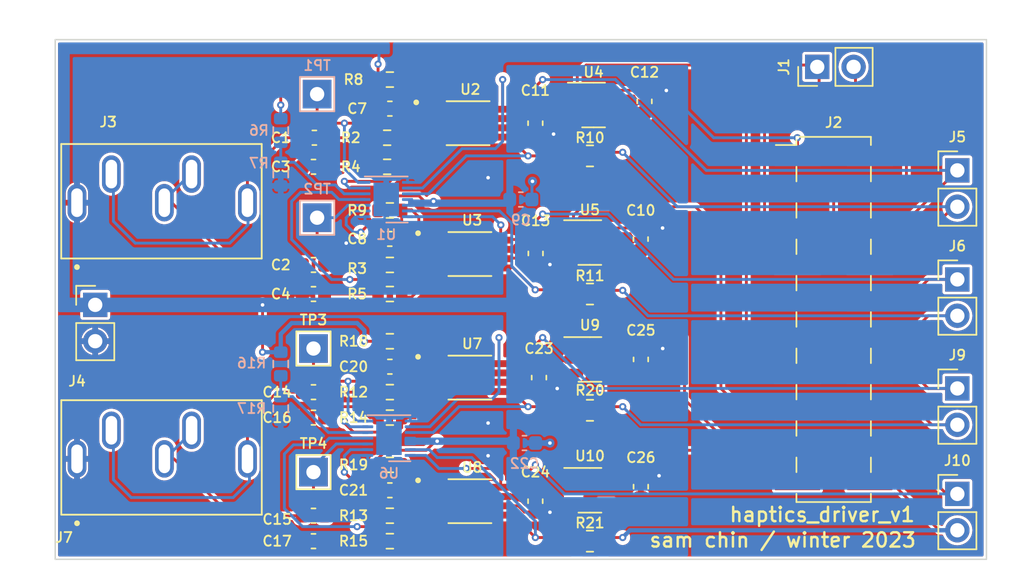
<source format=kicad_pcb>
(kicad_pcb (version 20221018) (generator pcbnew)
  (layers (0 "F.Cu" signal) (31 "B.Cu" signal) (34 "B.Paste" user) (35 "F.Paste" user) (36 "B.SilkS" user "B.Silkscreen") (37 "F.SilkS" user "F.Silkscreen") (38 "B.Mask" user) (39 "F.Mask" user) (44 "Edge.Cuts" user))
  (net 0 "")
  (net 1 "RAW_IN1+")
  (net 2 "RAW_IN2+")
  (net 3 "GND")
  (net 4 "VDD")
  (net 5 "/SCL")
  (net 6 "/SDA")
  (net 7 "/ADDR")
  (net 8 "/ALRT")
  (net 9 "SENSE1")
  (net 10 "SENSE2")
  (net 11 "OUT2-")
  (net 12 "OUT2+")
  (net 13 "Net-(C3-Pad2)")
  (net 14 "~{SHDN1}")
  (net 15 "Net-(C1-Pad2)")
  (net 16 "Net-(C2-Pad2)")
  (net 17 "Net-(U3-BYPASS)")
  (net 18 "Net-(U2-BYPASS)")
  (net 19 "Net-(C4-Pad2)")
  (net 20 "Net-(U1-GAIN)")
  (net 21 "~{SHDN2}")
  (net 22 "/ch1_ch2/IN1+")
  (net 23 "/ch1_ch2/IN2+")
  (net 24 "/ch1_ch2/IN1-")
  (net 25 "/ch1_ch2/IN2-")
  (net 26 "/ch1_ch2/PRE_OUT1+")
  (net 27 "/ch1_ch2/PRE_OUT2+")
  (net 28 "Net-(C14-Pad2)")
  (net 29 "Net-(C15-Pad2)")
  (net 30 "Net-(C16-Pad2)")
  (net 31 "Net-(C17-Pad2)")
  (net 32 "Net-(U7-BYPASS)")
  (net 33 "Net-(U8-BYPASS)")
  (net 34 "Net-(U6-GAIN)")
  (net 35 "Net-(U2-~{SHUTDOWN})")
  (net 36 "RAW_IN3+")
  (net 37 "RAW_IN4+")
  (net 38 "OUT3-")
  (net 39 "OUT3+")
  (net 40 "OUT4+")
  (net 41 "/ch3_ch4/IN3+")
  (net 42 "/ch3_ch4/IN4+")
  (net 43 "/ch3_ch4/IN3-")
  (net 44 "/ch3_ch4/IN4-")
  (net 45 "/ch3_ch4/PRE_OUT3+")
  (net 46 "/ch3_ch4/PRE_OUT4+")
  (net 47 "SENSE3")
  (net 48 "SENSE4")
  (net 49 "OUT4-")
  (net 50 "OUT1+")
  (net 51 "OUT1-")
  (net 52 "Net-(U7-~{SHUTDOWN})")
  (footprint "Capacitor_SMD:C_0603_1608Metric" (layer "F.Cu") (at 80.791 77.683 90)
    (fp_text reference "C13")
    (fp_text value "1u")
  )
  (footprint "Capacitor_SMD:C_0603_1608Metric" (layer "F.Cu") (at 88.138 93.98 -90)
    (fp_text reference "C26")
    (fp_text value "1u")
  )
  (footprint "Resistor_SMD:R_0603_1608Metric" (layer "F.Cu") (at 70.612 87.376)
    (fp_text reference "R12")
    (fp_text value "20k")
  )
  (footprint "Resistor_SMD:R_0805_2012Metric" (layer "F.Cu") (at 84.582 80.518)
    (fp_text reference "R11")
    (fp_text value ".25Ω")
  )
  (footprint "Package_TO_SOT_SMD:SOT-23-5" (layer "F.Cu") (at 84.573 76.921)
    (fp_text reference "U5")
    (fp_text value "INA180A1")
  )
  (footprint "Resistor_SMD:R_0603_1608Metric" (layer "F.Cu") (at 70.612 89.154)
    (fp_text reference "R14")
    (fp_text value "20k")
  )
  (footprint "libs:CUI_SJ1-3535N" (layer "F.Cu") (at 48.764 74.136)
    (fp_text reference "J3")
    (fp_text value "SJ1-3535N")
  )
  (footprint "Resistor_SMD:R_0603_1608Metric" (layer "F.Cu") (at 70.612 74.676)
    (fp_text reference "R9")
    (fp_text value "20k")
  )
  (footprint "Resistor_SMD:R_0603_1608Metric" (layer "F.Cu") (at 70.612 92.456)
    (fp_text reference "R19")
    (fp_text value "20k")
  )
  (footprint "Capacitor_SMD:C_0603_1608Metric" (layer "F.Cu") (at 65.278 97.79)
    (fp_text reference "C17")
    (fp_text value "1u")
  )
  (footprint "Resistor_SMD:R_0603_1608Metric" (layer "F.Cu") (at 70.612 96.012)
    (fp_text reference "R13")
    (fp_text value "20k")
  )
  (footprint "Connector_PinHeader_2.54mm:PinHeader_1x02_P2.54mm_Vertical" (layer "F.Cu") (at 110.236 87.117)
    (fp_text reference "J9")
    (fp_text value "Conn_01x02")
  )
  (footprint "TestPoint:TestPoint_THTPad_2.0x2.0mm_Drill1.0mm" (layer "F.Cu") (at 65.278 84.328)
    (fp_text reference "TP3")
    (fp_text value "TestPoint")
  )
  (footprint "Capacitor_SMD:C_0603_1608Metric" (layer "F.Cu") (at 80.772 94.996 90)
    (fp_text reference "C24")
    (fp_text value "1u")
  )
  (footprint "Capacitor_SMD:C_0603_1608Metric" (layer "F.Cu") (at 65.278 89.154)
    (fp_text reference "C16")
    (fp_text value "1u")
  )
  (footprint "Capacitor_SMD:C_0603_1608Metric" (layer "F.Cu") (at 88.129 76.68 -90)
    (fp_text reference "C10")
    (fp_text value "1u")
  )
  (footprint "Connector_PinHeader_2.54mm:PinHeader_1x02_P2.54mm_Vertical" (layer "F.Cu") (at 110.236 79.497)
    (fp_text reference "J6")
    (fp_text value "Conn_01x02")
  )
  (footprint "Package_TO_SOT_SMD:SOT-23-5" (layer "F.Cu") (at 84.582 85.09)
    (fp_text reference "U9")
    (fp_text value "INA180A1")
  )
  (footprint "TestPoint:TestPoint_THTPad_2.0x2.0mm_Drill1.0mm" (layer "F.Cu") (at 65.278 92.964)
    (fp_text reference "TP4")
    (fp_text value "TestPoint")
  )
  (footprint "libs:SOP65P490X110-9N" (layer "F.Cu") (at 76.2 77.724)
    (fp_text reference "U3")
    (fp_text value "TPA6211A1DGN")
  )
  (footprint "Capacitor_SMD:C_0603_1608Metric" (layer "F.Cu") (at 65.278 80.518)
    (fp_text reference "C4")
    (fp_text value "1u")
  )
  (footprint "Capacitor_SMD:C_0603_1608Metric" (layer "F.Cu") (at 88.138 85.09 -90)
    (fp_text reference "C25")
    (fp_text value "1u")
  )
  (footprint "libs:SOP65P490X110-9N" (layer "F.Cu") (at 76.2 86.36)
    (fp_text reference "U7")
    (fp_text value "TPA6211A1DGN")
  )
  (footprint "Package_TO_SOT_SMD:SOT-23-5" (layer "F.Cu") (at 84.582 94.234)
    (fp_text reference "U10")
    (fp_text value "INA180A1")
  )
  (footprint "Connector_PinHeader_2.54mm:PinHeader_1x02_P2.54mm_Vertical" (layer "F.Cu") (at 110.236 71.877)
    (fp_text reference "J5")
    (fp_text value "Conn_01x02")
  )
  (footprint "Capacitor_SMD:C_0603_1608Metric" (layer "F.Cu") (at 65.341 69.596)
    (fp_text reference "C1")
    (fp_text value "1u")
  )
  (footprint "libs:CUI_SJ1-3535N" (layer "F.Cu") (at 48.768 92.0395)
    (fp_text reference "J7")
    (fp_text value "SJ1-3535N")
  )
  (footprint "Capacitor_SMD:C_0603_1608Metric" (layer "F.Cu") (at 65.278 96.012)
    (fp_text reference "C15")
    (fp_text value "1u")
  )
  (footprint "Capacitor_SMD:C_0603_1608Metric" (layer "F.Cu") (at 70.612 67.564 180)
    (fp_text reference "C7")
    (fp_text value "1u")
  )
  (footprint "Resistor_SMD:R_0603_1608Metric" (layer "F.Cu") (at 70.612 80.518)
    (fp_text reference "R5")
    (fp_text value "20k")
  )
  (footprint "Resistor_SMD:R_0805_2012Metric" (layer "F.Cu") (at 84.582 97.79)
    (fp_text reference "R21")
    (fp_text value ".25Ω")
  )
  (footprint "Resistor_SMD:R_0603_1608Metric" (layer "F.Cu") (at 70.421 71.628)
    (fp_text reference "R4")
    (fp_text value "20k")
  )
  (footprint "Package_TO_SOT_SMD:SOT-23-5" (layer "F.Cu") (at 84.836 67.31)
    (fp_text reference "U4")
    (fp_text value "INA180A1")
  )
  (footprint "Capacitor_SMD:C_0603_1608Metric" (layer "F.Cu") (at 70.603 76.667 180)
    (fp_text reference "C8")
    (fp_text value "1u")
  )
  (footprint "Capacitor_SMD:C_0603_1608Metric" (layer "F.Cu") (at 65.278 87.376)
    (fp_text reference "C14")
    (fp_text value "1u")
  )
  (footprint "Connector_PinHeader_2.54mm:PinHeader_2x10_P2.54mm_Vertical_SMD" (layer "F.Cu") (at 101.6 82.296)
    (fp_text reference "J2")
    (fp_text value "Conn_02x10_Odd_Even")
  )
  (footprint "Capacitor_SMD:C_0603_1608Metric" (layer "F.Cu") (at 70.612 85.598 180)
    (fp_text reference "C20")
    (fp_text value "1u")
  )
  (footprint "Capacitor_SMD:C_0603_1608Metric" (layer "F.Cu") (at 65.278 71.628)
    (fp_text reference "C3")
    (fp_text value "1u")
  )
  (footprint "Capacitor_SMD:C_0603_1608Metric" (layer "F.Cu") (at 81.026 86.36 90)
    (fp_text reference "C23")
    (fp_text value "1u")
  )
  (footprint "Resistor_SMD:R_0603_1608Metric" (layer "F.Cu") (at 70.612 65.532)
    (fp_text reference "R8")
    (fp_text value "20k")
  )
  (footprint "Resistor_SMD:R_0603_1608Metric" (layer "F.Cu") (at 70.612 83.82)
    (fp_text reference "R18")
    (fp_text value "20k")
  )
  (footprint "libs:SOP65P490X110-9N" (layer "F.Cu") (at 76.2 94.996)
    (fp_text reference "U8")
    (fp_text value "TPA6211A1DGN")
  )
  (footprint "Capacitor_SMD:C_0603_1608Metric" (layer "F.Cu") (at 70.612 94.234 180)
    (fp_text reference "C21")
    (fp_text value "1u")
  )
  (footprint "libs:SOP65P490X110-9N" (layer "F.Cu") (at 76.073 68.58)
    (fp_text reference "U2")
    (fp_text value "TPA6211A1DGN")
  )
  (footprint "Capacitor_SMD:C_0603_1608Metric" (layer "F.Cu") (at 65.278 78.486)
    (fp_text reference "C2")
    (fp_text value "1u")
  )
  (footprint "Resistor_SMD:R_0805_2012Metric" (layer "F.Cu") (at 84.582 70.866)
    (fp_text reference "R10")
    (fp_text value ".25Ω")
  )
  (footprint "Resistor_SMD:R_0603_1608Metric" (layer "F.Cu") (at 70.612 97.79)
    (fp_text reference "R15")
    (fp_text value "20k")
  )
  (footprint "Resistor_SMD:R_0805_2012Metric" (layer "F.Cu") (at 84.582 88.646)
    (fp_text reference "R20")
    (fp_text value ".25Ω")
  )
  (footprint "Resistor_SMD:R_0603_1608Metric" (layer "F.Cu") (at 70.421 69.596)
    (fp_text reference "R2")
    (fp_text value "20k")
  )
  (footprint "Connector_PinHeader_2.54mm:PinHeader_1x02_P2.54mm_Vertical" (layer "F.Cu") (at 50.038 81.275)
    (fp_text reference "J4")
    (fp_text value "Conn_01x02")
  )
  (footprint "Capacitor_SMD:C_0603_1608Metric" (layer "F.Cu") (at 80.772 68.58 90)
    (fp_text reference "C11")
    (fp_text value "1u")
  )
  (footprint "Connector_PinHeader_2.54mm:PinHeader_1x02_P2.54mm_Vertical" (layer "F.Cu") (at 100.452 64.643 90)
    (fp_text reference "J1")
    (fp_text value "Conn_01x02")
  )
  (footprint "Connector_PinHeader_2.54mm:PinHeader_1x02_P2.54mm_Vertical" (layer "F.Cu") (at 110.236 94.488)
    (fp_text reference "J10")
    (fp_text value "Conn_01x02")
  )
  (footprint "Resistor_SMD:R_0603_1608Metric" (layer "F.Cu") (at 70.612 78.486)
    (fp_text reference "R3")
    (fp_text value "20k")
  )
  (footprint "Capacitor_SMD:C_0603_1608Metric" (layer "F.Cu") (at 88.392 67.056 -90)
    (fp_text reference "C12")
    (fp_text value "1u")
  )
  (footprint "TestPoint:TestPoint_THTPad_2.0x2.0mm_Drill1.0mm" (layer "B.Cu") (at 65.532 66.548 180)
    (fp_text reference "TP1")
    (fp_text value "TestPoint")
  )
  (footprint "Capacitor_SMD:C_0603_1608Metric" (layer "B.Cu") (at 79.756 73.914)
    (fp_text reference "C9")
    (fp_text value "1u")
  )
  (footprint "Resistor_SMD:R_0603_1608Metric" (layer "B.Cu") (at 62.992 85.407 -90)
    (fp_text reference "R16")
    (fp_text value "20k")
  )
  (footprint "Package_DFN_QFN:TDFN-14-1EP_3x3mm_P0.4mm_EP1.78x2.35mm" (layer "B.Cu") (at 70.549 90.596)
    (fp_text reference "U6")
    (fp_text value "MAX98306xDT")
  )
  (footprint "Resistor_SMD:R_0603_1608Metric" (layer "B.Cu") (at 62.992 72.136 -90)
    (fp_text reference "R7")
    (fp_text value "20k")
  )
  (footprint "TestPoint:TestPoint_THTPad_2.0x2.0mm_Drill1.0mm" (layer "B.Cu") (at 65.532 75.184 180)
    (fp_text reference "TP2")
    (fp_text value "TestPoint")
  )
  (footprint "Capacitor_SMD:C_0603_1608Metric" (layer "B.Cu") (at 80.01 90.932)
    (fp_text reference "C22")
    (fp_text value "1u")
  )
  (footprint "Resistor_SMD:R_0603_1608Metric" (layer "B.Cu") (at 62.992 88.518 -90)
    (fp_text reference "R17")
    (fp_text value "20k")
  )
  (footprint "Package_DFN_QFN:TDFN-14-1EP_3x3mm_P0.4mm_EP1.78x2.35mm" (layer "B.Cu") (at 70.358 73.914)
    (fp_text reference "U1")
    (fp_text value "MAX98306xDT")
  )
  (footprint "Resistor_SMD:R_0603_1608Metric" (layer "B.Cu") (at 62.992 69.088 -90)
    (fp_text reference "R6")
    (fp_text value "20k")
  )
  (gr_poly (pts (xy 47.244 99.06) (xy 47.244 62.738) (xy 112.268 62.738) (xy 112.268 99.06)) (stroke (width 0.1)) (fill none) (layer "Edge.Cuts"))
  (gr_text "sam chin / winter 2023" (at 88.646 98.298) (layer "F.SilkS") (effects (font (size 1 1) (thickness 0.17) bold) (justify left bottom)))
  (gr_text "haptics_driver_v1" (at 94.234 96.52) (layer "F.SilkS") (effects (font (size 1 1) (thickness 0.17) bold) (justify left bottom)))
  (segment (start 60.664 74.136) (end 60.664 72.178) (width 0.2) (layer "F.Cu") (net 1))
  (segment (start 64.566 69.596) (end 63.246 69.596) (width 0.2) (layer "F.Cu") (net 1))
  (segment (start 60.664 72.178) (end 61.722 71.12) (width 0.2) (layer "F.Cu") (net 1))
  (segment (start 63.246 69.596) (end 61.722 71.12) (width 0.2) (layer "F.Cu") (net 1))
  (segment (start 60.706 75.692) (end 60.706 73.914) (width 0.2) (layer "B.Cu") (net 1))
  (segment (start 59.436 76.962) (end 60.706 75.692) (width 0.2) (layer "B.Cu") (net 1))
  (segment (start 51.308 75.438) (end 52.832 76.962) (width 0.2) (layer "B.Cu") (net 1))
  (segment (start 51.308 72.016) (end 51.308 75.438) (width 0.2) (layer "B.Cu") (net 1))
  (segment (start 52.832 76.962) (end 59.436 76.962) (width 0.2) (layer "B.Cu") (net 1))
  (segment (start 59.732 78.486) (end 55.414 74.168) (width 0.2) (layer "F.Cu") (net 2))
  (segment (start 64.503 78.486) (end 59.732 78.486) (width 0.2) (layer "F.Cu") (net 2))
  (segment (start 56.806 72.014) (end 54.906 73.914) (width 0.2) (layer "B.Cu") (net 2))
  (segment (start 79.573 94.671) (end 80.023 94.221) (width 0.2) (layer "F.Cu") (net 3))
  (segment (start 69.828 76.667) (end 69.383 76.667) (width 0.2) (layer "F.Cu") (net 3))
  (segment (start 79.818 77.358) (end 80.268 76.908) (width 0.2) (layer "F.Cu") (net 3))
  (segment (start 80.023 94.221) (end 81.026 94.221) (width 0.2) (layer "F.Cu") (net 3))
  (segment (start 78.35 68.255) (end 79.573 68.255) (width 0.2) (layer "F.Cu") (net 3))
  (segment (start 80.023 67.805) (end 80.772 67.805) (width 0.2) (layer "F.Cu") (net 3))
  (segment (start 69.088 76.962) (end 67.564 76.962) (width 0.2) (layer "F.Cu") (net 3))
  (segment (start 78.35 86.035) (end 79.573 86.035) (width 0.2) (layer "F.Cu") (net 3))
  (segment (start 78.35 94.671) (end 79.573 94.671) (width 0.2) (layer "F.Cu") (net 3))
  (segment (start 69.383 76.667) (end 69.088 76.962) (width 0.2) (layer "F.Cu") (net 3))
  (segment (start 80.023 85.585) (end 81.026 85.585) (width 0.2) (layer "F.Cu") (net 3))
  (segment (start 78.468 77.358) (end 79.818 77.358) (width 0.2) (layer "F.Cu") (net 3))
  (segment (start 80.268 76.908) (end 81.017 76.908) (width 0.2) (layer "F.Cu") (net 3))
  (segment (start 79.573 68.255) (end 80.023 67.805) (width 0.2) (layer "F.Cu") (net 3))
  (segment (start 79.573 86.035) (end 80.023 85.585) (width 0.2) (layer "F.Cu") (net 3))
  (via (at 77.47 89.535) (size 0.5) (drill 0.25) (layers "F.Cu" "B.Cu") (net 3))
  (via (at 77.47 91.821) (size 0.5) (drill 0.25) (layers "F.Cu" "B.Cu") (net 3))
  (via (at 81.788 90.932) (size 0.5) (drill 0.25) (layers "F.Cu" "B.Cu") (net 3))
  (via (at 77.47 72.39) (size 0.5) (drill 0.25) (layers "F.Cu" "B.Cu") (net 3))
  (via (at 80.57 72.644) (size 0.5) (drill 0.25) (layers "F.Cu" "B.Cu") (net 3))
  (via (at 67.564 76.962) (size 0.5) (drill 0.25) (layers "F.Cu" "B.Cu") (net 3))
  (segment (start 80.785 90.932) (end 81.788 90.932) (width 0.3) (layer "B.Cu") (net 3))
  (segment (start 68.8705 75.114) (end 68.8705 75.4745) (width 0.2) (layer "B.Cu") (net 3))
  (segment (start 80.531 72.683) (end 80.57 72.644) (width 0.2) (layer "B.Cu") (net 3))
  (segment (start 80.531 73.914) (end 80.531 72.683) (width 0.2) (layer "B.Cu") (net 3))
  (segment (start 69.088 75.692) (end 69.215 75.819) (width 0.2) (layer "B.Cu") (net 3))
  (segment (start 68.8705 75.4745) (end 69.088 75.692) (width 0.2) (layer "B.Cu") (net 3))
  (segment (start 79.573 95.321) (end 80.01 95.758) (width 0.2) (layer "F.Cu") (net 4))
  (segment (start 73.152 74.168) (end 72.644 73.66) (width 0.2) (layer "F.Cu") (net 4))
  (segment (start 69.787 92.456) (end 69.787 92.011) (width 0.2) (layer "F.Cu") (net 4))
  (segment (start 68.834 83.82) (end 69.787 83.82) (width 0.2) (layer "F.Cu") (net 4))
  (segment (start 73.533 74.168) (end 73.152 74.168) (width 0.2) (layer "F.Cu") (net 4))
  (segment (start 80.023 87.135) (end 81.026 87.135) (width 0.2) (layer "F.Cu") (net 4))
  (segment (start 73.914 90.805) (end 73.787 90.805) (width 0.2) (layer "F.Cu") (net 4))
  (segment (start 73.66 74.041) (end 73.533 74.168) (width 0.2) (layer "F.Cu") (net 4))
  (segment (start 88.129 75.905) (end 89.653 75.905) (width 0.2) (layer "F.Cu") (net 4))
  (segment (start 61.722 84.582) (end 61.722 81.28) (width 0.2) (layer "F.Cu") (net 4))
  (segment (start 67.818 64.77) (end 63.754 64.77) (width 0.2) (layer "F.Cu") (net 4))
  (segment (start 89.649 84.315) (end 89.662 84.328) (width 0.2) (layer "F.Cu") (net 4))
  (segment (start 88.138 84.315) (end 85.8945 84.315) (width 0.2) (layer "F.Cu") (net 4))
  (segment (start 81.026 87.135) (end 82.283 87.135) (width 0.2) (layer "F.Cu") (net 4))
  (segment (start 69.85 74.613) (end 69.787 74.676) (width 0.2) (layer "F.Cu") (net 4))
  (segment (start 81.788 78.458) (end 80.791 78.458) (width 0.2) (layer "F.Cu") (net 4))
  (segment (start 63.754 64.77) (end 62.992 65.532) (width 0.2) (layer "F.Cu") (net 4))
  (segment (start 68.58 65.532) (end 67.818 64.77) (width 0.2) (layer "F.Cu") (net 4))
  (segment (start 73.787 90.805) (end 73.152 91.44) (width 0.2) (layer "F.Cu") (net 4))
  (segment (start 81.788 95.771) (end 81.026 95.771) (width 0.2) (layer "F.Cu") (net 4))
  (segment (start 78.35 95.321) (end 79.573 95.321) (width 0.2) (layer "F.Cu") (net 4))
  (segment (start 88.138 93.205) (end 85.7985 93.205) (width 0.2) (layer "F.Cu") (net 4))
  (segment (start 79.818 78.008) (end 80.268 78.458) (width 0.2) (layer "F.Cu") (net 4))
  (segment (start 80.01 95.758) (end 81.013 95.758) (width 0.2) (layer "F.Cu") (net 4))
  (segment (start 88.138 93.205) (end 89.395 93.205) (width 0.2) (layer "F.Cu") (net 4))
  (segment (start 79.573 86.685) (end 80.023 87.135) (width 0.2) (layer "F.Cu") (net 4))
  (segment (start 70.358 91.44) (end 70.231 91.567) (width 0.2) (layer "F.Cu") (net 4))
  (segment (start 88.138 84.315) (end 89.649 84.315) (width 0.2) (layer "F.Cu") (net 4))
  (segment (start 80.772 69.355) (end 82.029 69.355) (width 0.2) (layer "F.Cu") (net 4))
  (segment (start 70.104 73.66) (end 69.85 73.914) (width 0.2) (layer "F.Cu") (net 4))
  (segment (start 88.392 66.281) (end 89.903 66.281) (width 0.2) (layer "F.Cu") (net 4))
  (segment (start 73.152 91.44) (end 70.358 91.44) (width 0.2) (layer "F.Cu") (net 4))
  (segment (start 69.787 64.453) (end 69.787 65.532) (width 0.2) (layer "F.Cu") (net 4))
  (segment (start 89.395 93.205) (end 89.408 93.218) (width 0.2) (layer "F.Cu") (net 4))
  (segment (start 80.268 78.458) (end 81.017 78.458) (width 0.2) (layer "F.Cu") (net 4))
  (segment (start 89.903 66.281) (end 89.916 66.294) (width 0.2) (layer "F.Cu") (net 4))
  (segment (start 88.129 75.905) (end 85.7765 75.905) (width 0.2) (layer "F.Cu") (net 4))
  (segment (start 88.392 66.281) (end 86.0525 66.281) (width 0.2) (layer "F.Cu") (net 4))
  (segment (start 62.992 65.532) (end 62.992 67.31) (width 0.2) (layer "F.Cu") (net 4))
  (segment (start 69.787 65.532) (end 68.58 65.532) (width 0.2) (layer "F.Cu") (net 4))
  (segment (start 78.35 68.905) (end 79.319 68.905) (width 0.2) (layer "F.Cu") (net 4))
  (segment (start 99.075 69.611) (end 99.075 70.866) (width 0.2) (layer "F.Cu") (net 4))
  (segment (start 79.769 69.355) (end 80.772 69.355) (width 0.2) (layer "F.Cu") (net 4))
  (segment (start 82.283 87.135) (end 82.296 87.122) (width 0.2) (layer "F.Cu") (net 4))
  (segment (start 79.319 68.905) (end 79.769 69.355) (width 0.2) (layer "F.Cu") (net 4))
  (segment (start 99.06 69.596) (end 99.075 69.611) (width 0.2) (layer "F.Cu") (net 4))
  (segment (start 72.644 73.66) (end 70.104 73.66) (width 0.2) (layer "F.Cu") (net 4))
  (segment (start 69.787 92.011) (end 70.231 91.567) (width 0.2) (layer "F.Cu") (net 4))
  (segment (start 78.35 86.685) (end 79.573 86.685) (width 0.2) (layer "F.Cu") (net 4))
  (segment (start 82.029 69.355) (end 82.042 69.342) (width 0.2) (layer "F.Cu") (net 4))
  (segment (start 78.468 78.008) (end 79.818 78.008) (width 0.2) (layer "F.Cu") (net 4))
  (segment (start 69.85 73.914) (end 69.85 74.613) (width 0.2) (layer "F.Cu") (net 4))
  (via (at 82.296 87.122) (size 0.5) (drill 0.25) (layers "F.Cu" "B.Cu") (net 4))
  (via (at 82.042 69.342) (size 0.5) (drill 0.25) (layers "F.Cu" "B.Cu") (net 4))
  (via (at 89.408 93.218) (size 0.5) (drill 0.25) (layers "F.Cu" "B.Cu") (net 4))
  (via (at 89.662 84.328) (size 0.5) (drill 0.25) (layers "F.Cu" "B.Cu") (net 4))
  (via (at 81.788 78.458) (size 0.5) (drill 0.25) (layers "F.Cu" "B.Cu") (net 4))
  (via (at 89.916 66.294) (size 0.5) (drill 0.25) (layers "F.Cu" "B.Cu") (net 4))
  (via (at 62.992 67.31) (size 0.5) (drill 0.25) (layers "F.Cu" "B.Cu") (net 4))
  (via (at 69.787 64.453) (size 0.5) (drill 0.25) (layers "F.Cu" "B.Cu") (net 4))
  (via (at 73.66 74.041) (size 0.5) (drill 0.25) (layers "F.Cu" "B.Cu") (net 4))
  (via (at 61.722 81.28) (size 0.5) (drill 0.25) (layers "F.Cu" "B.Cu") (net 4))
  (via (at 81.788 95.771) (size 0.5) (drill 0.25) (layers "F.Cu" "B.Cu") (net 4))
  (via (at 73.914 90.805) (size 0.5) (drill 0.25) (layers "F.Cu" "B.Cu") (net 4))
  (via (at 61.722 84.582) (size 0.5) (drill 0.25) (layers "F.Cu" "B.Cu") (net 4))
  (via (at 99.06 69.596) (size 0.5) (drill 0.25) (layers "F.Cu" "B.Cu") (net 4))
  (via (at 68.834 83.82) (size 0.5) (drill 0.25) (layers "F.Cu" "B.Cu") (net 4))
  (via (at 89.653 75.905) (size 0.5) (drill 0.25) (layers "F.Cu" "B.Cu") (net 4))
  (segment (start 62.992 68.263) (end 62.992 67.31) (width 0.2) (layer "B.Cu") (net 4))
  (segment (start 68.834 83.058) (end 68.834 83.82) (width 0.3) (layer "B.Cu") (net 4))
  (segment (start 68.326 82.55) (end 68.834 83.058) (width 0.3) (layer "B.Cu") (net 4))
  (segment (start 93.218 69.596) (end 89.916 66.294) (width 0.2) (layer "B.Cu") (net 4))
  (segment (start 99.06 69.596) (end 93.218 69.596) (width 0.2) (layer "B.Cu") (net 4))
  (segment (start 62.992 84.582) (end 61.722 84.582) (width 0.3) (layer "B.Cu") (net 4))
  (segment (start 62.992 84.582) (end 62.992 83.312) (width 0.3) (layer "B.Cu") (net 4))
  (segment (start 69.85 64.39) (end 69.85 63.754) (width 0.2) (layer "B.Cu") (net 4))
  (segment (start 63.754 82.55) (end 68.326 82.55) (width 0.3) (layer "B.Cu") (net 4))
  (segment (start 62.992 83.312) (end 63.754 82.55) (width 0.3) (layer "B.Cu") (net 4))
  (segment (start 69.787 64.453) (end 69.85 64.39) (width 0.2) (layer "B.Cu") (net 4))
  (segment (start 96.774 66.04) (end 98.298 64.516) (width 0.2) (layer "F.Cu") (net 5))
  (segment (start 104.125 70.866) (end 104.125 69.327) (width 0.2) (layer "F.Cu") (net 5))
  (segment (start 100.584 65.786) (end 100.584 64.516) (width 0.2) (layer "F.Cu") (net 5))
  (segment (start 97.536 75.946) (end 96.774 75.184) (width 0.2) (layer "F.Cu") (net 5))
  (segment (start 96.774 75.184) (end 96.774 66.04) (width 0.2) (layer "F.Cu") (net 5))
  (segment (start 104.125 69.327) (end 100.584 65.786) (width 0.2) (layer "F.Cu") (net 5))
  (segment (start 98.298 64.516) (end 100.584 64.516) (width 0.2) (layer "F.Cu") (net 5))
  (segment (start 99.075 75.946) (end 97.536 75.946) (width 0.2) (layer "F.Cu") (net 5))
  (segment (start 101.6 73.914) (end 102.108 73.406) (width 0.2) (layer "F.Cu") (net 6))
  (segment (start 103.124 66.04) (end 103.124 64.516) (width 0.2) (layer "F.Cu") (net 6))
  (segment (start 102.108 73.406) (end 104.125 73.406) (width 0.2) (layer "F.Cu") (net 6))
  (segment (start 104.125 73.406) (end 105.918 73.406) (width 0.2) (layer "F.Cu") (net 6))
  (segment (start 106.68 72.644) (end 106.68 69.596) (width 0.2) (layer "F.Cu") (net 6))
  (segment (start 99.075 78.486) (end 100.838 78.486) (width 0.2) (layer "F.Cu") (net 6))
  (segment (start 100.838 78.486) (end 101.6 77.724) (width 0.2) (layer "F.Cu") (net 6))
  (segment (start 101.6 77.724) (end 101.6 73.914) (width 0.2) (layer "F.Cu") (net 6))
  (segment (start 106.68 69.596) (end 103.124 66.04) (width 0.2) (layer "F.Cu") (net 6))
  (segment (start 105.918 73.406) (end 106.68 72.644) (width 0.2) (layer "F.Cu") (net 6))
  (segment (start 83.6985 65.1455) (end 84.328 64.516) (width 0.2) (layer "F.Cu") (net 9))
  (segment (start 83.6985 66.36) (end 83.6985 65.1455) (width 0.2) (layer "F.Cu") (net 9))
  (segment (start 95.504 85.09) (end 96.52 86.106) (width 0.2) (layer "F.Cu") (net 9))
  (segment (start 84.328 64.516) (end 94.234 64.516) (width 0.2) (layer "F.Cu") (net 9))
  (segment (start 96.52 86.106) (end 99.075 86.106) (width 0.2) (layer "F.Cu") (net 9))
  (segment (start 95.504 65.786) (end 95.504 85.09) (width 0.2) (layer "F.Cu") (net 9))
  (segment (start 94.234 64.516) (end 95.504 65.786) (width 0.2) (layer "F.Cu") (net 9))
  (segment (start 83.4355 75.0105) (end 84.024 74.422) (width 0.2) (layer "F.Cu") (net 10))
  (segment (start 95.25 88.646) (end 99.075 88.646) (width 0.2) (layer "F.Cu") (net 10))
  (segment (start 83.4355 75.971) (end 83.4355 75.0105) (width 0.2) (layer "F.Cu") (net 10))
  (segment (start 91.948 74.422) (end 84.024 74.422) (width 0.2) (layer "F.Cu") (net 10))
  (segment (start 95.25 88.646) (end 93.726 87.122) (width 0.2) (layer "F.Cu") (net 10))
  (segment (start 93.726 76.2) (end 91.948 74.422) (width 0.2) (layer "F.Cu") (net 10))
  (segment (start 93.726 87.122) (end 93.726 76.2) (width 0.2) (layer "F.Cu") (net 10))
  (segment (start 108.204 79.502) (end 110.231 79.502) (width 0.2) (layer "F.Cu") (net 11))
  (segment (start 78.35 76.749) (end 78.391 76.708) (width 0.2) (layer "F.Cu") (net 11))
  (segment (start 78.391 76.708) (end 79.502 76.708) (width 0.2) (layer "F.Cu") (net 11))
  (segment (start 78.359 75.692) (end 78.35 75.701) (width 0.2) (layer "F.Cu") (net 11))
  (segment (start 78.35 75.701) (end 78.35 76.749) (width 0.2) (layer "F.Cu") (net 11))
  (segment (start 104.125 81.026) (end 106.68 81.026) (width 0.2) (layer "F.Cu") (net 11))
  (segment (start 110.231 79.502) (end 110.236 79.497) (width 0.2) (layer "F.Cu") (net 11))
  (segment (start 79.502 76.708) (end 80.772 75.438) (width 0.2) (layer "F.Cu") (net 11))
  (segment (start 106.68 81.026) (end 108.204 79.502) (width 0.2) (layer "F.Cu") (net 11))
  (segment (start 80.772 75.438) (end 81.28 74.93) (width 0.2) (layer "F.Cu") (net 11))
  (via (at 81.28 74.93) (size 0.5) (drill 0.25) (layers "F.Cu" "B.Cu") (net 11))
  (via (at 78.359 75.692) (size 0.5) (drill 0.25) (layers "F.Cu" "B.Cu") (net 11))
  (segment (start 85.852 74.93) (end 90.419 79.497) (width 0.2) (layer "B.Cu") (net 11))
  (segment (start 77.781 75.114) (end 71.8455 75.114) (width 0.2) (layer "B.Cu") (net 11))
  (segment (start 90.419 79.497) (end 110.236 79.497) (width 0.2) (layer "B.Cu") (net 11))
  (segment (start 78.359 75.692) (end 77.781 75.114) (width 0.2) (layer "B.Cu") (net 11))
  (segment (start 81.28 74.93) (end 85.852 74.93) (width 0.2) (layer "B.Cu") (net 11))
  (segment (start 106.68 83.566) (end 108.209 82.037) (width 0.2) (layer "F.Cu") (net 12))
  (segment (start 108.209 82.037) (end 110.236 82.037) (width 0.2) (layer "F.Cu") (net 12))
  (segment (start 85.4945 80.264) (end 86.868 80.264) (width 0.2) (layer "F.Cu") (net 12))
  (segment (start 85.4855 80.223) (end 85.4855 78.096) (width 0.2) (layer "F.Cu") (net 12))
  (segment (start 85.4855 78.096) (end 85.7105 77.871) (width 0.2) (layer "F.Cu") (net 12))
  (segment (start 104.125 83.566) (end 106.68 83.566) (width 0.2) (layer "F.Cu") (net 12))
  (via (at 86.868 80.264) (size 0.5) (drill 0.25) (layers "F.Cu" "B.Cu") (net 12))
  (segment (start 88.646 82.042) (end 110.231 82.042) (width 0.2) (layer "B.Cu") (net 12))
  (segment (start 86.868 80.264) (end 88.646 82.042) (width 0.2) (layer "B.Cu") (net 12))
  (segment (start 69.596 71.628) (end 66.116 71.628) (width 0.2) (layer "F.Cu") (net 13))
  (segment (start 72.127 74.635) (end 71.428 74.635) (width 0.2) (layer "F.Cu") (net 14))
  (segment (start 71.12 75.692) (end 71.437 75.375) (width 0.2) (layer "F.Cu") (net 14))
  (segment (start 73.438 76.708) (end 72.635 75.905) (width 0.2) (layer "F.Cu") (net 14))
  (segment (start 68.58 76.2) (end 69.088 75.692) (width 0.2) (layer "F.Cu") (net 14))
  (segment (start 71.437 75.375) (end 71.437 74.676) (width 0.2) (layer "F.Cu") (net 14))
  (segment (start 72.635 75.905) (end 72.635 75.143) (width 0.2) (layer "F.Cu") (net 14))
  (segment (start 69.088 75.692) (end 71.12 75.692) (width 0.2) (layer "F.Cu") (net 14))
  (segment (start 72.635 75.143) (end 72.127 74.635) (width 0.2) (layer "F.Cu") (net 14))
  (via (at 68.58 76.2) (size 0.5) (drill 0.25) (layers "F.Cu" "B.Cu") (net 14))
  (segment (start 68.8705 74.714) (end 68.034 74.714) (width 0.2) (layer "B.Cu") (net 14))
  (segment (start 67.564 75.184) (end 67.564 75.692) (width 0.2) (layer "B.Cu") (net 14))
  (segment (start 67.564 75.692) (end 68.072 76.2) (width 0.2) (layer "B.Cu") (net 14))
  (segment (start 68.072 76.2) (end 68.58 76.2) (width 0.2) (layer "B.Cu") (net 14))
  (segment (start 68.034 74.714) (end 67.564 75.184) (width 0.2) (layer "B.Cu") (net 14))
  (segment (start 69.596 69.596) (end 66.116 69.596) (width 0.2) (layer "F.Cu") (net 15))
  (segment (start 69.787 78.486) (end 66.053 78.486) (width 0.2) (layer "F.Cu") (net 16))
  (segment (start 72.818 77.358) (end 72.127 76.667) (width 0.2) (layer "F.Cu") (net 17))
  (segment (start 72.127 76.667) (end 71.378 76.667) (width 0.2) (layer "F.Cu") (net 17))
  (segment (start 74.168 77.358) (end 72.818 77.358) (width 0.2) (layer "F.Cu") (net 17))
  (segment (start 74.05 68.255) (end 72.756 68.255) (width 0.2) (layer "F.Cu") (net 18))
  (segment (start 72.065 67.564) (end 71.387 67.564) (width 0.2) (layer "F.Cu") (net 18))
  (segment (start 72.756 68.255) (end 72.065 67.564) (width 0.2) (layer "F.Cu") (net 18))
  (segment (start 69.787 80.518) (end 66.053 80.518) (width 0.2) (layer "F.Cu") (net 19))
  (segment (start 62.992 71.311) (end 62.992 69.913) (width 0.2) (layer "B.Cu") (net 20))
  (segment (start 66.802 72.898) (end 65.532 72.898) (width 0.2) (layer "B.Cu") (net 20))
  (segment (start 68.8705 73.514) (end 67.418 73.514) (width 0.2) (layer "B.Cu") (net 20))
  (segment (start 67.418 73.514) (end 66.802 72.898) (width 0.2) (layer "B.Cu") (net 20))
  (segment (start 65.532 72.898) (end 63.945 71.311) (width 0.2) (layer "B.Cu") (net 20))
  (segment (start 63.945 71.311) (end 62.992 71.311) (width 0.2) (layer "B.Cu") (net 20))
  (segment (start 72.136 92.456) (end 71.437 92.456) (width 0.2) (layer "F.Cu") (net 21))
  (segment (start 71.437 92.901) (end 70.993 93.345) (width 0.2) (layer "F.Cu") (net 21))
  (segment (start 72.644 93.472) (end 72.644 92.964) (width 0.2) (layer "F.Cu") (net 21))
  (segment (start 71.437 92.456) (end 71.437 92.901) (width 0.2) (layer "F.Cu") (net 21))
  (segment (start 73.193 94.021) (end 72.644 93.472) (width 0.2) (layer "F.Cu") (net 21))
  (segment (start 67.818 93.345) (end 67.437 92.964) (width 0.2) (layer "F.Cu") (net 21))
  (segment (start 72.644 92.964) (end 72.136 92.456) (width 0.2) (layer "F.Cu") (net 21))
  (segment (start 74.05 94.021) (end 73.193 94.021) (width 0.2) (layer "F.Cu") (net 21))
  (segment (start 70.993 93.345) (end 67.818 93.345) (width 0.2) (layer "F.Cu") (net 21))
  (via (at 67.437 92.964) (size 0.5) (drill 0.25) (layers "F.Cu" "B.Cu") (net 21))
  (segment (start 67.437 92.964) (end 67.437 91.821) (width 0.2) (layer "B.Cu") (net 21))
  (segment (start 67.862 91.396) (end 69.0615 91.396) (width 0.2) (layer "B.Cu") (net 21))
  (segment (start 67.437 91.821) (end 67.862 91.396) (width 0.2) (layer "B.Cu") (net 21))
  (segment (start 72.827 68.905) (end 72.136 69.596) (width 0.2) (layer "F.Cu") (net 22))
  (segment (start 72.136 69.596) (end 71.437 69.596) (width 0.2) (layer "F.Cu") (net 22))
  (segment (start 71.246 69.596) (end 70.23 68.58) (width 0.2) (layer "F.Cu") (net 22))
  (segment (start 66.294 68.58) (end 65.532 67.818) (width 0.2) (layer "F.Cu") (net 22))
  (segment (start 74.05 68.905) (end 72.827 68.905) (width 0.2) (layer "F.Cu") (net 22))
  (segment (start 65.532 67.818) (end 65.532 66.548) (width 0.2) (layer "F.Cu") (net 22))
  (segment (start 70.23 68.58) (end 66.294 68.58) (width 0.2) (layer "F.Cu") (net 22))
  (via (at 67.437 68.58) (size 0.5) (drill 0.25) (layers "F.Cu" "B.Cu") (net 22))
  (segment (start 68.396 72.714) (end 67.437 71.755) (width 0.2) (layer "B.Cu") (net 22))
  (segment (start 68.8705 72.714) (end 68.396 72.714) (width 0.2) (layer "B.Cu") (net 22))
  (segment (start 67.437 71.755) (end 67.437 68.58) (width 0.2) (layer "B.Cu") (net 22))
  (segment (start 71.437 78.295) (end 70.866 77.724) (width 0.2) (layer "F.Cu") (net 23))
  (segment (start 70.866 77.724) (end 66.548 77.724) (width 0.2) (layer "F.Cu") (net 23))
  (segment (start 74.168 78.008) (end 72.818 78.008) (width 0.2) (layer "F.Cu") (net 23))
  (segment (start 72.127 78.699) (end 71.428 78.699) (width 0.2) (layer "F.Cu") (net 23))
  (segment (start 66.548 77.724) (end 65.532 76.708) (width 0.2) (layer "F.Cu") (net 23))
  (segment (start 65.532 76.708) (end 65.532 75.184) (width 0.2) (layer "F.Cu") (net 23))
  (segment (start 72.818 78.008) (end 72.127 78.699) (width 0.2) (layer "F.Cu") (net 23))
  (segment (start 68.8705 74.314) (end 67.672 74.314) (width 0.2) (layer "B.Cu") (net 23))
  (segment (start 67.672 74.314) (end 66.802 75.184) (width 0.2) (layer "B.Cu") (net 23))
  (segment (start 66.802 75.184) (end 65.532 75.184) (width 0.2) (layer "B.Cu") (net 23))
  (segment (start 71.437 71.628) (end 72.136 71.628) (width 0.2) (layer "F.Cu") (net 24))
  (segment (start 73.193 69.555) (end 74.05 69.555) (width 0.2) (layer "F.Cu") (net 24))
  (segment (start 67.437 72.644) (end 70.612 72.644) (width 0.2) (layer "F.Cu") (net 24))
  (segment (start 72.136 71.628) (end 72.644 71.12) (width 0.2) (layer "F.Cu") (net 24))
  (segment (start 71.246 72.01) (end 70.612 72.644) (width 0.2) (layer "F.Cu") (net 24))
  (segment (start 72.644 70.104) (end 73.193 69.555) (width 0.2) (layer "F.Cu") (net 24))
  (segment (start 72.644 71.12) (end 72.644 70.104) (width 0.2) (layer "F.Cu") (net 24))
  (segment (start 71.246 71.628) (end 71.246 72.01) (width 0.2) (layer "F.Cu") (net 24))
  (via (at 67.437 72.644) (size 0.5) (drill 0.25) (layers "F.Cu" "B.Cu") (net 24))
  (segment (start 68.8705 73.114) (end 67.78 73.114) (width 0.2) (layer "B.Cu") (net 24))
  (segment (start 67.78 73.114) (end 67.31 72.644) (width 0.2) (layer "B.Cu") (net 24))
  (segment (start 67.31 72.644) (end 67.437 72.644) (width 0.2) (layer "B.Cu") (net 24))
  (segment (start 70.866 79.502) (end 71.437 80.073) (width 0.2) (layer "F.Cu") (net 25))
  (segment (start 72.127 80.731) (end 71.628 80.731) (width 0.2) (layer "F.Cu") (net 25))
  (segment (start 67.818 79.502) (end 70.866 79.502) (width 0.2) (layer "F.Cu") (net 25))
  (segment (start 72.635 79.461) (end 72.635 80.223) (width 0.2) (layer "F.Cu") (net 25))
  (segment (start 72.635 80.223) (end 72.127 80.731) (width 0.2) (layer "F.Cu") (net 25))
  (segment (start 73.438 78.658) (end 72.635 79.461) (width 0.2) (layer "F.Cu") (net 25))
  (segment (start 71.437 80.073) (end 71.437 80.518) (width 0.2) (layer "F.Cu") (net 25))
  (via (at 67.818 79.502) (size 0.5) (drill 0.25) (layers "F.Cu" "B.Cu") (net 25))
  (segment (start 67.056 73.914) (end 68.8705 73.914) (width 0.2) (layer "B.Cu") (net 25))
  (segment (start 63.754 76.708) (end 63.754 74.041) (width 0.2) (layer "B.Cu") (net 25))
  (segment (start 67.818 79.502) (end 66.548 79.502) (width 0.2) (layer "B.Cu") (net 25))
  (segment (start 63.754 74.041) (end 64.389 73.406) (width 0.2) (layer "B.Cu") (net 25))
  (segment (start 64.389 73.406) (end 66.548 73.406) (width 0.2) (layer "B.Cu") (net 25))
  (segment (start 66.548 73.406) (end 67.056 73.914) (width 0.2) (layer "B.Cu") (net 25))
  (segment (start 66.548 79.502) (end 63.754 76.708) (width 0.2) (layer "B.Cu") (net 25))
  (segment (start 78.953 69.555) (end 80.264 70.866) (width 0.2) (layer "F.Cu") (net 26))
  (segment (start 83.9235 68.485) (end 83.6985 68.26) (width 0.2) (layer "F.Cu") (net 26))
  (segment (start 80.264 70.866) (end 83.4155 70.866) (width 0.2) (layer "F.Cu") (net 26))
  (segment (start 78.223 69.555) (end 78.953 69.555) (width 0.2) (layer "F.Cu") (net 26))
  (segment (start 83.9235 70.358) (end 83.9235 68.485) (width 0.2) (layer "F.Cu") (net 26))
  (via (at 80.264 70.866) (size 0.5) (drill 0.25) (layers "F.Cu" "B.Cu") (net 26))
  (segment (start 75.946 70.866) (end 80.264 70.866) (width 0.2) (layer "B.Cu") (net 26))
  (segment (start 73.298 73.514) (end 75.946 70.866) (width 0.2) (layer "B.Cu") (net 26))
  (segment (start 71.8455 73.514) (end 73.298 73.514) (width 0.2) (layer "B.Cu") (net 26))
  (segment (start 83.6605 80.223) (end 83.6605 78.096) (width 0.2) (layer "F.Cu") (net 27))
  (segment (start 80.763 80.223) (end 83.6605 80.223) (width 0.2) (layer "F.Cu") (net 27))
  (segment (start 79.198 78.658) (end 80.763 80.223) (width 0.2) (layer "F.Cu") (net 27))
  (segment (start 78.468 78.658) (end 79.198 78.658) (width 0.2) (layer "F.Cu") (net 27))
  (segment (start 83.6605 78.096) (end 83.4355 77.871) (width 0.2) (layer "F.Cu") (net 27))
  (via (at 80.763 80.223) (size 0.5) (drill 0.25) (layers "F.Cu" "B.Cu") (net 27))
  (segment (start 78.27 74.714) (end 79.121 75.565) (width 0.2) (layer "B.Cu") (net 27))
  (segment (start 79.121 75.565) (end 79.121 78.581) (width 0.2) (layer "B.Cu") (net 27))
  (segment (start 71.8455 74.714) (end 78.27 74.714) (width 0.2) (layer "B.Cu") (net 27))
  (segment (start 79.121 78.581) (end 80.763 80.223) (width 0.2) (layer "B.Cu") (net 27))
  (segment (start 69.787 87.376) (end 66.053 87.376) (width 0.2) (layer "F.Cu") (net 28))
  (segment (start 69.787 96.012) (end 66.053 96.012) (width 0.2) (layer "F.Cu") (net 29))
  (segment (start 68.453 88.392) (end 69.215 89.154) (width 0.2) (layer "F.Cu") (net 30))
  (segment (start 67.31 88.392) (end 68.453 88.392) (width 0.2) (layer "F.Cu") (net 30))
  (segment (start 66.053 89.154) (end 66.548 89.154) (width 0.2) (layer "F.Cu") (net 30))
  (segment (start 66.548 89.154) (end 67.31 88.392) (width 0.2) (layer "F.Cu") (net 30))
  (segment (start 69.215 89.154) (end 69.787 89.154) (width 0.2) (layer "F.Cu") (net 30))
  (segment (start 69.787 97.79) (end 66.053 97.79) (width 0.2) (layer "F.Cu") (net 31))
  (segment (start 72.827 86.035) (end 72.39 85.598) (width 0.2) (layer "F.Cu") (net 32))
  (segment (start 72.39 85.598) (end 71.387 85.598) (width 0.2) (layer "F.Cu") (net 32))
  (segment (start 74.05 86.035) (end 72.827 86.035) (width 0.2) (layer "F.Cu") (net 32))
  (segment (start 72.136 94.234) (end 71.387 94.234) (width 0.2) (layer "F.Cu") (net 33))
  (segment (start 74.05 94.671) (end 72.573 94.671) (width 0.2) (layer "F.Cu") (net 33))
  (segment (start 72.573 94.671) (end 72.136 94.234) (width 0.2) (layer "F.Cu") (net 33))
  (segment (start 63.817 87.693) (end 66.32 90.196) (width 0.2) (layer "B.Cu") (net 34))
  (segment (start 63.817 87.693) (end 62.992 87.693) (width 0.2) (layer "B.Cu") (net 34))
  (segment (start 66.32 90.196) (end 69.0615 90.196) (width 0.2) (layer "B.Cu") (net 34))
  (segment (start 62.992 87.693) (end 62.992 86.232) (width 0.2) (layer "B.Cu") (net 34))
  (segment (start 74.05 67.605) (end 73.193 67.605) (width 0.2) (layer "F.Cu") (net 35))
  (segment (start 71.882 65.532) (end 71.437 65.532) (width 0.2) (layer "F.Cu") (net 35))
  (segment (start 72.644 66.294) (end 71.882 65.532) (width 0.2) (layer "F.Cu") (net 35))
  (segment (start 73.193 67.605) (end 72.644 67.056) (width 0.2) (layer "F.Cu") (net 35))
  (segment (start 72.644 67.056) (end 72.644 66.294) (width 0.2) (layer "F.Cu") (net 35))
  (segment (start 60.668 89.446) (end 61.214 88.9) (width 0.2) (layer "F.Cu") (net 36))
  (segment (start 64.503 87.376) (end 62.738 87.376) (width 0.2) (layer "F.Cu") (net 36))
  (segment (start 62.738 87.376) (end 61.214 88.9) (width 0.2) (layer "F.Cu") (net 36))
  (segment (start 60.668 92.0395) (end 60.668 89.446) (width 0.2) (layer "F.Cu") (net 36))
  (segment (start 52.554 94.742) (end 51.308 93.496) (width 0.2) (layer "B.Cu") (net 36))
  (segment (start 60.808 92.0395) (end 60.808 93.6) (width 0.2) (layer "B.Cu") (net 36))
  (segment (start 60.808 93.6) (end 59.666 94.742) (width 0.2) (layer "B.Cu") (net 36))
  (segment (start 51.308 93.496) (end 51.308 90.0395) (width 0.2) (layer "B.Cu") (net 36))
  (segment (start 59.666 94.742) (end 52.554 94.742) (width 0.2) (layer "B.Cu") (net 36))
  (segment (start 59.5125 96.012) (end 55.54 92.0395) (width 0.2) (layer "F.Cu") (net 37))
  (segment (start 64.503 96.012) (end 59.5125 96.012) (width 0.2) (layer "F.Cu") (net 37))
  (segment (start 55.008 91.9395) (end 56.908 90.0395) (width 0.2) (layer "B.Cu") (net 37))
  (segment (start 79.461 85.385) (end 81.28 83.566) (width 0.2) (layer "F.Cu") (net 38))
  (segment (start 78.232 83.566) (end 78.232 85.267) (width 0.2) (layer "F.Cu") (net 38))
  (segment (start 79.461 85.385) (end 78.35 85.385) (width 0.2) (layer "F.Cu") (net 38))
  (segment (start 104.125 86.106) (end 107.188 86.106) (width 0.2) (layer "F.Cu") (net 38))
  (segment (start 108.204 87.122) (end 110.231 87.122) (width 0.2) (layer "F.Cu") (net 38))
  (segment (start 107.188 86.106) (end 108.204 87.122) (width 0.2) (layer "F.Cu") (net 38))
  (via (at 81.28 83.566) (size 0.5) (drill 0.25) (layers "F.Cu" "B.Cu") (net 38))
  (via (at 78.232 83.566) (size 0.5) (drill 0.25) (layers "F.Cu" "B.Cu") (net 38))
  (segment (start 78.232 87.376) (end 78.232 83.566) (width 0.2) (layer "B.Cu") (net 38))
  (segment (start 84.831 87.117) (end 81.28 83.566) (width 0.2) (layer "B.Cu") (net 38))
  (segment (start 75.311 87.884) (end 77.724 87.884) (width 0.2) (layer "B.Cu") (net 38))
  (segment (start 77.724 87.884) (end 78.232 87.376) (width 0.2) (layer "B.Cu") (net 38))
  (segment (start 110.236 87.117) (end 84.831 87.117) (width 0.2) (layer "B.Cu") (net 38))
  (segment (start 72.0365 89.796) (end 73.399 89.796) (width 0.2) (layer "B.Cu") (net 38))
  (segment (start 73.399 89.796) (end 75.311 87.884) (width 0.2) (layer "B.Cu") (net 38))
  (segment (start 108.453 89.657) (end 110.236 89.657) (width 0.2) (layer "F.Cu") (net 39))
  (segment (start 85.4945 88.392) (end 85.4945 86.265) (width 0.2) (layer "F.Cu") (net 39))
  (segment (start 85.4945 86.265) (end 85.7195 86.04) (width 0.2) (layer "F.Cu") (net 39))
  (segment (start 104.125 88.646) (end 107.442 88.646) (width 0.2) (layer "F.Cu") (net 39))
  (segment (start 107.442 88.646) (end 108.453 89.657) (width 0.2) (layer "F.Cu") (net 39))
  (segment (start 85.4945 88.392) (end 86.868 88.392) (width 0.2) (layer "F.Cu") (net 39))
  (via (at 86.868 88.392) (size 0.5) (drill 0.25) (layers "F.Cu" "B.Cu") (net 39))
  (segment (start 88.133 89.657) (end 110.236 89.657) (width 0.2) (layer "B.Cu") (net 39))
  (segment (start 86.868 88.392) (end 88.133 89.657) (width 0.2) (layer "B.Cu") (net 39))
  (segment (start 85.4945 97.536) (end 85.4945 95.409) (width 0.2) (layer "F.Cu") (net 40))
  (segment (start 110.236 97.028) (end 108.966 97.028) (width 0.2) (layer "F.Cu") (net 40))
  (segment (start 108.966 97.028) (end 105.664 93.726) (width 0.2) (layer "F.Cu") (net 40))
  (segment (start 85.4945 95.409) (end 85.7195 95.184) (width 0.2) (layer "F.Cu") (net 40))
  (segment (start 105.664 93.726) (end 104.125 93.726) (width 0.2) (layer "F.Cu") (net 40))
  (segment (start 85.4945 97.536) (end 86.868 97.536) (width 0.2) (layer "F.Cu") (net 40))
  (via (at 86.868 97.536) (size 0.5) (drill 0.25) (layers "F.Cu" "B.Cu") (net 40))
  (segment (start 87.376 97.028) (end 86.868 97.536) (width 0.3) (layer "B.Cu") (net 40))
  (segment (start 110.236 97.028) (end 87.376 97.028) (width 0.3) (layer "B.Cu") (net 40))
  (segment (start 72.263 87.376) (end 71.437 87.376) (width 0.2) (layer "F.Cu") (net 41))
  (segment (start 74.05 86.685) (end 72.954 86.685) (width 0.2) (layer "F.Cu") (net 41))
  (segment (start 65.278 85.598) (end 65.278 84.328) (width 0.2) (layer "F.Cu") (net 41))
  (segment (start 70.612 86.614) (end 66.294 86.614) (width 0.2) (layer "F.Cu") (net 41))
  (segment (start 71.374 87.376) (end 70.612 86.614) (width 0.2) (layer "F.Cu") (net 41))
  (segment (start 66.294 86.614) (end 65.278 85.598) (width 0.2) (layer "F.Cu") (net 41))
  (segment (start 72.954 86.685) (end 72.263 87.376) (width 0.2) (layer "F.Cu") (net 41))
  (via (at 67.691 86.614) (size 0.5) (drill 0.25) (layers "F.Cu" "B.Cu") (net 41))
  (segment (start 68.314 89.396) (end 67.691 88.773) (width 0.2) (layer "B.Cu") (net 41))
  (segment (start 67.691 88.773) (end 67.691 86.741) (width 0.2) (layer "B.Cu") (net 41))
  (segment (start 69.0615 89.396) (end 68.314 89.396) (width 0.2) (layer "B.Cu") (net 41))
  (segment (start 67.691 86.741) (end 67.691 86.614) (width 0.2) (layer "B.Cu") (net 41))
  (segment (start 71.437 95.821) (end 70.866 95.25) (width 0.2) (layer "F.Cu") (net 42))
  (segment (start 66.294 95.25) (end 65.278 94.234) (width 0.2) (layer "F.Cu") (net 42))
  (segment (start 65.278 94.234) (end 65.278 92.964) (width 0.2) (layer "F.Cu") (net 42))
  (segment (start 70.866 95.25) (end 66.294 95.25) (width 0.2) (layer "F.Cu") (net 42))
  (segment (start 72.827 95.321) (end 72.136 96.012) (width 0.2) (layer "F.Cu") (net 42))
  (segment (start 72.136 96.012) (end 71.437 96.012) (width 0.2) (layer "F.Cu") (net 42))
  (segment (start 74.05 95.321) (end 72.827 95.321) (width 0.2) (layer "F.Cu") (net 42))
  (segment (start 66.865 90.996) (end 65.786 92.075) (width 0.2) (layer "B.Cu") (net 42))
  (segment (start 69.0615 90.996) (end 66.865 90.996) (width 0.2) (layer "B.Cu") (net 42))
  (segment (start 65.786 92.075) (end 65.786 92.964) (width 0.2) (layer "B.Cu") (net 42))
  (segment (start 71.437 89.154) (end 71.437 89.853) (width 0.2) (layer "F.Cu") (net 43))
  (segment (start 72.39 89.154) (end 71.437 89.154) (width 0.2) (layer "F.Cu") (net 43))
  (segment (start 68.072 90.17) (end 71.12 90.17) (width 0.2) (layer "F.Cu") (net 43))
  (segment (start 73.152 87.376) (end 72.644 87.884) (width 0.2) (layer "F.Cu") (net 43))
  (segment (start 71.437 89.853) (end 71.12 90.17) (width 0.2) (layer "F.Cu") (net 43))
  (segment (start 72.644 88.9) (end 72.39 89.154) (width 0.2) (layer "F.Cu") (net 43))
  (segment (start 74.009 87.376) (end 73.152 87.376) (width 0.2) (layer "F.Cu") (net 43))
  (segment (start 67.437 89.408) (end 67.437 89.535) (width 0.2) (layer "F.Cu") (net 43))
  (segment (start 67.437 89.535) (end 68.072 90.17) (width 0.2) (layer "F.Cu") (net 43))
  (segment (start 72.644 87.884) (end 72.644 88.9) (width 0.2) (layer "F.Cu") (net 43))
  (via (at 67.437 89.408) (size 0.5) (drill 0.25) (layers "F.Cu" "B.Cu") (net 43))
  (segment (start 67.437 89.408) (end 67.825 89.796) (width 0.2) (layer "B.Cu") (net 43))
  (segment (start 67.825 89.796) (end 69.0615 89.796) (width 0.2) (layer "B.Cu") (net 43))
  (segment (start 72.644 97.536) (end 72.39 97.79) (width 0.2) (layer "F.Cu") (net 44))
  (segment (start 73.193 95.971) (end 72.644 96.52) (width 0.2) (layer "F.Cu") (net 44))
  (segment (start 71.12 96.774) (end 68.326 96.774) (width 0.2) (layer "F.Cu") (net 44))
  (segment (start 72.39 97.79) (end 71.437 97.79) (width 0.2) (layer "F.Cu") (net 44))
  (segment (start 71.437 97.091) (end 71.12 96.774) (width 0.2) (layer "F.Cu") (net 44))
  (segment (start 72.644 96.52) (end 72.644 97.536) (width 0.2) (layer "F.Cu") (net 44))
  (segment (start 71.437 97.79) (end 71.437 97.091) (width 0.2) (layer "F.Cu") (net 44))
  (segment (start 74.05 95.971) (end 73.193 95.971) (width 0.2) (layer "F.Cu") (net 44))
  (via (at 68.326 96.774) (size 0.5) (drill 0.25) (layers "F.Cu" "B.Cu") (net 44))
  (segment (start 63.246 95.504) (end 63.246 91.694) (width 0.2) (layer "B.Cu") (net 44))
  (segment (start 68.326 96.774) (end 64.516 96.774) (width 0.2) (layer "B.Cu") (net 44))
  (segment (start 66.376 90.596) (end 69.0615 90.596) (width 0.2) (layer "B.Cu") (net 44))
  (segment (start 63.881 91.059) (end 65.913 91.059) (width 0.2) (layer "B.Cu") (net 44))
  (segment (start 64.516 96.774) (end 63.246 95.504) (width 0.2) (layer "B.Cu") (net 44))
  (segment (start 65.913 91.059) (end 66.376 90.596) (width 0.2) (layer "B.Cu") (net 44))
  (segment (start 63.246 91.694) (end 63.881 91.059) (width 0.2) (layer "B.Cu") (net 44))
  (segment (start 78.35 87.335) (end 79.207 87.335) (width 0.2) (layer "F.Cu") (net 45))
  (segment (start 83.6695 86.265) (end 83.4445 86.04) (width 0.2) (layer "F.Cu") (net 45))
  (segment (start 83.6695 88.392) (end 83.6695 86.265) (width 0.2) (layer "F.Cu") (net 45))
  (segment (start 80.264 88.392) (end 83.6695 88.392) (width 0.2) (layer "F.Cu") (net 45))
  (segment (start 79.207 87.335) (end 80.264 88.392) (width 0.2) (layer "F.Cu") (net 45))
  (via (at 80.264 88.392) (size 0.5) (drill 0.25) (layers "F.Cu" "B.Cu") (net 45))
  (segment (start 73.634 90.196) (end 75.438 88.392) (width 0.2) (layer "B.Cu") (net 45))
  (segment (start 75.438 88.392) (end 80.264 88.392) (width 0.2) (layer "B.Cu") (net 45))
  (segment (start 72.0365 90.196) (end 73.634 90.196) (width 0.2) (layer "B.Cu") (net 45))
  (segment (start 79.207 95.971) (end 78.35 95.971) (width 0.2) (layer "F.Cu") (net 46))
  (segment (start 83.6695 97.536) (end 80.772 97.536) (width 0.2) (layer "F.Cu") (net 46))
  (segment (start 83.4155 97.536) (end 83.4155 95.213) (width 0.2) (layer "F.Cu") (net 46))
  (segment (start 80.772 97.536) (end 79.207 95.971) (width 0.2) (layer "F.Cu") (net 46))
  (via (at 80.772 97.536) (size 0.5) (drill 0.25) (layers "F.Cu" "B.Cu") (net 46))
  (segment (start 73.914 91.948) (end 76.327 91.948) (width 0.2) (layer "B.Cu") (net 46))
  (segment (start 80.772 96.393) (end 80.772 97.536) (width 0.2) (layer "B.Cu") (net 46))
  (segment (start 72.0365 91.396) (end 73.362 91.396) (width 0.2) (layer "B.Cu") (net 46))
  (segment (start 76.327 91.948) (end 80.772 96.393) (width 0.2) (layer "B.Cu") (net 46))
  (segment (start 73.362 91.396) (end 73.914 91.948) (width 0.2) (layer "B.Cu") (net 46))
  (segment (start 91.186 87.884) (end 91.186 83.566) (width 0.2) (layer "F.Cu") (net 47))
  (segment (start 91.186 83.566) (end 90.424 82.804) (width 0.2) (layer "F.Cu") (net 47))
  (segment (start 94.488 91.186) (end 91.186 87.884) (width 0.2) (layer "F.Cu") (net 47))
  (segment (start 84.074 82.804) (end 83.4445 83.4335) (width 0.2) (layer "F.Cu") (net 47))
  (segment (start 83.4445 83.4335) (end 83.4445 84.14) (width 0.2) (layer "F.Cu") (net 47))
  (segment (start 99.075 91.186) (end 94.488 91.186) (width 0.2) (layer "F.Cu") (net 47))
  (segment (start 90.424 82.804) (end 84.074 82.804) (width 0.2) (layer "F.Cu") (net 47))
  (segment (start 83.4445 92.3235) (end 84.328 91.44) (width 0.2) (layer "F.Cu") (net 48))
  (segment (start 83.4445 93.284) (end 83.4445 92.3235) (width 0.2) (layer "F.Cu") (net 48))
  (segment (start 84.328 91.44) (end 92.456 91.44) (width 0.2) (layer "F.Cu") (net 48))
  (segment (start 92.456 91.44) (end 94.742 93.726) (width 0.2) (layer "F.Cu") (net 48))
  (segment (start 94.742 93.726) (end 99.075 93.726) (width 0.2) (layer "F.Cu") (net 48))
  (segment (start 110.236 94.488) (end 109.474 94.488) (width 0.2) (layer "F.Cu") (net 49))
  (segment (start 106.172 91.186) (end 104.125 91.186) (width 0.2) (layer "F.Cu") (net 49))
  (segment (start 77.724 92.71) (end 78.35 93.336) (width 0.2) (layer "F.Cu") (net 49))
  (segment (start 109.474 94.488) (end 106.172 91.186) (width 0.2) (layer "F.Cu") (net 49))
  (segment (start 79.207 94.021) (end 80.772 92.456) (width 0.2) (layer "F.Cu") (net 49))
  (segment (start 78.35 93.336) (end 78.35 94.021) (width 0.2) (layer "F.Cu") (net 49))
  (segment (start 78.35 94.021) (end 79.207 94.021) (width 0.2) (layer "F.Cu") (net 49))
  (segment (start 75.946 92.71) (end 77.724 92.71) (width 0.2) (layer "F.Cu") (net 49))
  (via (at 80.772 92.456) (size 0.5) (drill 0.25) (layers "F.Cu" "B.Cu") (net 49))
  (via (at 75.946 92.71) (size 0.5) (drill 0.25) (layers "F.Cu" "B.Cu") (net 49))
  (segment (start 73.127 91.796) (end 72.0365 91.796) (width 0.2) (layer "B.Cu") (net 49))
  (segment (start 75.946 92.71) (end 74.041 92.71) (width 0.2) (layer "B.Cu") (net 49))
  (segment (start 80.772 92.456) (end 82.804 94.488) (width 0.2) (layer "B.Cu") (net 49))
  (segment (start 82.804 94.488) (end 110.236 94.488) (width 0.2) (layer "B.Cu") (net 49))
  (segment (start 74.041 92.71) (end 73.127 91.796) (width 0.2) (layer "B.Cu") (net 49))
  (segment (start 85.7485 70.358) (end 85.7485 68.485) (width 0.2) (layer "F.Cu") (net 50))
  (segment (start 85.7485 68.485) (end 85.9735 68.26) (width 0.2) (layer "F.Cu") (net 50))
  (segment (start 104.125 78.486) (end 105.918 78.486) (width 0.2) (layer "F.Cu") (net 50))
  (segment (start 105.918 78.486) (end 109.987 74.417) (width 0.2) (layer "F.Cu") (net 50))
  (segment (start 85.4945 70.612) (end 86.868 70.612) (width 0.2) (layer "F.Cu") (net 50))
  (via (at 86.868 70.612) (size 0.5) (drill 0.25) (layers "F.Cu" "B.Cu") (net 50))
  (segment (start 110.236 74.417) (end 90.673 74.417) (width 0.2) (layer "B.Cu") (net 50))
  (segment (start 90.673 74.417) (end 86.868 70.612) (width 0.2) (layer "B.Cu") (net 50))
  (segment (start 78.486 65.532) (end 78.486 67.469) (width 0.2) (layer "F.Cu") (net 51))
  (segment (start 81.28 65.532) (end 79.248 67.564) (width 0.2) (layer "F.Cu") (net 51))
  (segment (start 106.167 75.946) (end 110.236 71.877) (width 0.2) (layer "F.Cu") (net 51))
  (segment (start 104.125 75.946) (end 106.167 75.946) (width 0.2) (layer "F.Cu") (net 51))
  (segment (start 79.248 67.564) (end 78.391 67.564) (width 0.2) (layer "F.Cu") (net 51))
  (via (at 78.486 65.532) (size 0.5) (drill 0.25) (layers "F.Cu" "B.Cu") (net 51))
  (via (at 81.28 65.532) (size 0.5) (drill 0.25) (layers "F.Cu" "B.Cu") (net 51))
  (segment (start 81.28 65.532) (end 86.36 65.532) (width 0.2) (layer "B.Cu") (net 51))
  (segment (start 86.868 66.04) (end 86.487 65.659) (width 0.2) (layer "B.Cu") (net 51))
  (segment (start 92.705 71.877) (end 86.868 66.04) (width 0.2) (layer "B.Cu") (net 51))
  (segment (start 77.978 70.358) (end 78.486 69.85) (width 0.2) (layer "B.Cu") (net 51))
  (segment (start 72.898 73.114) (end 75.654 70.358) (width 0.2) (layer "B.Cu") (net 51))
  (segment (start 71.8455 73.114) (end 72.898 73.114) (width 0.2) (layer "B.Cu") (net 51))
  (segment (start 86.36 65.532) (end 86.868 66.04) (width 0.2) (layer "B.Cu") (net 51))
  (segment (start 78.486 69.85) (end 78.486 65.532) (width 0.2) (layer "B.Cu") (net 51))
  (segment (start 75.654 70.358) (end 77.978 70.358) (width 0.2) (layer "B.Cu") (net 51))
  (segment (start 110.236 71.877) (end 92.705 71.877) (width 0.2) (layer "B.Cu") (net 51))
  (segment (start 86.36 65.532) (end 86.487 65.659) (width 0.2) (layer "B.Cu") (net 51))
  (segment (start 72.939 85.385) (end 74.05 85.385) (width 0.2) (layer "F.Cu") (net 52))
  (segment (start 72.39 84.836) (end 72.939 85.385) (width 0.2) (layer "F.Cu") (net 52))
  (segment (start 71.882 83.82) (end 72.39 84.328) (width 0.2) (layer "F.Cu") (net 52))
  (segment (start 71.437 83.82) (end 71.882 83.82) (width 0.2) (layer "F.Cu") (net 52))
  (segment (start 72.39 84.328) (end 72.39 84.836) (width 0.2) (layer "F.Cu") (net 52))
  (zone (net 3) (net_name "GND") (layers "F&B.Cu") (connect_pads (clearance 0.2)) (min_thickness 0.2) (fill yes (thermal_gap 0.127) (thermal_bridge_width 0.4))
    (polygon (pts (xy 47.244 62.738) (xy 47.244 99.06) (xy 112.268 99.06) (xy 112.268 62.738)))
  )
  (zone (net 4) (net_name "VDD") (layer "B.Cu") (priority 1) (connect_pads yes (clearance 0)) (min_thickness 0.2) (fill yes (thermal_gap 0.5) (thermal_bridge_width 0.5))
    (polygon (pts (xy 47.244 81.788) (xy 47.244 62.738) (xy 48.26 62.738) (xy 48.26 81.788)))
  )
  (zone (net 4) (net_name "VDD") (layer "B.Cu") (priority 1) (connect_pads yes (clearance 0)) (min_thickness 0.2) (fill yes (thermal_gap 0.5) (thermal_bridge_width 0.5))
    (polygon (pts (xy 71.882 73.914) (xy 79.248 73.914) (xy 79.248 74.422) (xy 71.882 74.422)))
  )
  (zone (net 4) (net_name "VDD") (layer "B.Cu") (priority 1) (connect_pads yes (clearance 0)) (min_thickness 0.2) (fill yes (thermal_gap 0.5) (thermal_bridge_width 0.5))
    (polygon (pts (xy 48.006 80.772) (xy 81.28 80.772) (xy 81.28 81.788) (xy 48.006 81.788)))
  )
  (zone (net 4) (net_name "VDD") (layer "B.Cu") (priority 1) (connect_pads yes (clearance 0)) (min_thickness 0.2) (fill yes (thermal_gap 0.5) (thermal_bridge_width 0.5))
    (polygon (pts (xy 71.628 90.551) (xy 78.994 90.551) (xy 78.994 91.059) (xy 71.628 91.059)))
  )
  (zone (net 4) (net_name "VDD") (layer "B.Cu") (priority 1) (connect_pads (clearance 0)) (min_thickness 0.25) (fill yes (thermal_gap 0.5) (thermal_bridge_width 0.5))
    (polygon (pts (xy 78.74 64.516) (xy 91.44 64.516) (xy 91.44 99.06) (xy 78.74 99.06)))
  )
  (zone (net 4) (net_name "VDD") (layer "B.Cu") (priority 1) (connect_pads yes (clearance 0)) (min_thickness 0.2) (fill yes (thermal_gap 0.5) (thermal_bridge_width 0.5))
    (polygon (pts (xy 47.244 62.738) (xy 70.612 62.738) (xy 70.612 63.754) (xy 47.244 63.754)))
  )
)
</source>
